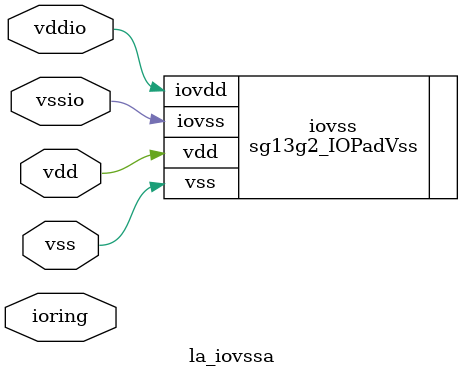
<source format=v>
/*****************************************************************************
 * Function: IO supply cell (vssa)
 * Copyright: Lambda Project Authors. All rights Reserved.
 * License:  MIT (see LICENSE file in Lambda repository)
 *
 * Docs:
 *
 *
 ****************************************************************************/
module la_iovssa #(
    parameter PROP  = "DEFAULT",  // cell type
    parameter SIDE  = "NO",       // "NO", "SO", "EA", "WE"
    parameter RINGW = 8           // width of io ring
) (
    inout             vdd,    // core supply
    inout             vss,    // core ground
    inout             vddio,  // io supply
    inout             vssio,  // io ground
    inout [RINGW-1:0] ioring  // generic io-ring interface
);

  sg13g2_IOPadVss iovss (
    .iovdd(vddio),
    .iovss(vssio),
    .vdd(vdd),
    .vss(vss)
  );

endmodule

</source>
